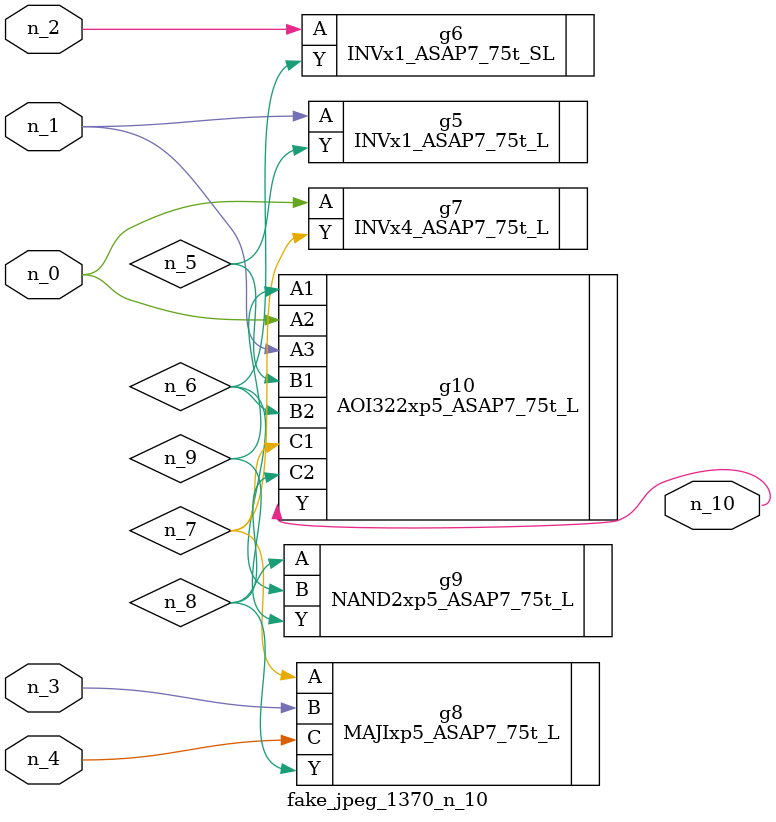
<source format=v>
module fake_jpeg_1370_n_10 (n_3, n_2, n_1, n_0, n_4, n_10);

input n_3;
input n_2;
input n_1;
input n_0;
input n_4;

output n_10;

wire n_8;
wire n_9;
wire n_6;
wire n_5;
wire n_7;

INVx1_ASAP7_75t_L g5 ( 
.A(n_1),
.Y(n_5)
);

INVx1_ASAP7_75t_SL g6 ( 
.A(n_2),
.Y(n_6)
);

INVx4_ASAP7_75t_L g7 ( 
.A(n_0),
.Y(n_7)
);

MAJIxp5_ASAP7_75t_L g8 ( 
.A(n_7),
.B(n_3),
.C(n_4),
.Y(n_8)
);

NAND2xp5_ASAP7_75t_L g9 ( 
.A(n_8),
.B(n_6),
.Y(n_9)
);

AOI322xp5_ASAP7_75t_L g10 ( 
.A1(n_9),
.A2(n_0),
.A3(n_1),
.B1(n_5),
.B2(n_6),
.C1(n_7),
.C2(n_8),
.Y(n_10)
);


endmodule
</source>
